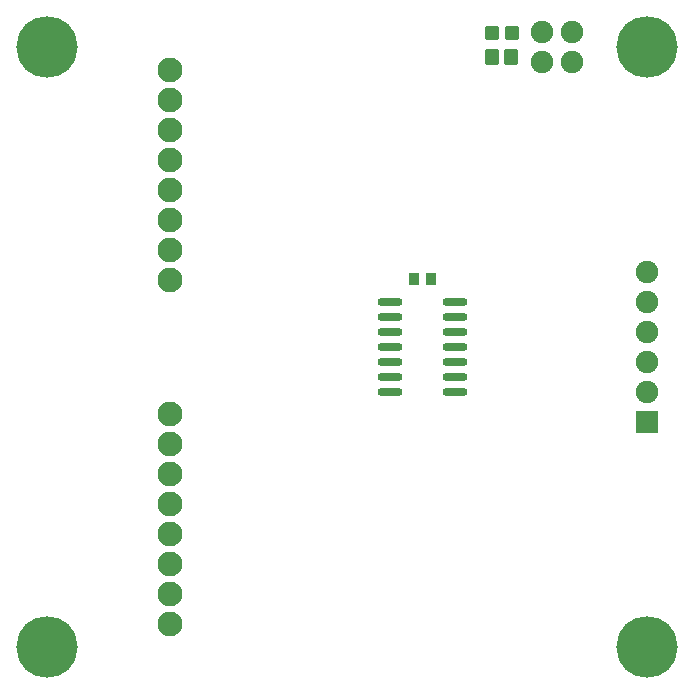
<source format=gts>
G04 Layer: TopSolderMaskLayer*
G04 EasyEDA v6.5.29, 2023-07-18 11:26:45*
G04 cfaeab296f654171ba214e89deb0133b,5a6b42c53f6a479593ecc07194224c93,10*
G04 Gerber Generator version 0.2*
G04 Scale: 100 percent, Rotated: No, Reflected: No *
G04 Dimensions in millimeters *
G04 leading zeros omitted , absolute positions ,4 integer and 5 decimal *
%FSLAX45Y45*%
%MOMM*%

%AMMACRO1*1,1,$1,$2,$3*1,1,$1,$4,$5*1,1,$1,0-$2,0-$3*1,1,$1,0-$4,0-$5*20,1,$1,$2,$3,$4,$5,0*20,1,$1,$4,$5,0-$2,0-$3,0*20,1,$1,0-$2,0-$3,0-$4,0-$5,0*20,1,$1,0-$4,0-$5,$2,$3,0*4,1,4,$2,$3,$4,$5,0-$2,0-$3,0-$4,0-$5,$2,$3,0*%
%ADD10MACRO1,0.2032X0.5X-0.55X-0.5X-0.55*%
%ADD11MACRO1,0.2032X-0.45X-0.5X-0.45X0.5*%
%ADD12C,1.9016*%
%ADD13MACRO1,0.1016X-0.9X-0.9X-0.9X0.9*%
%ADD14MACRO1,0.1016X0.4X-0.45X-0.4X-0.45*%
%ADD15O,2.1395944X0.6755891999999999*%
%ADD16C,5.2032*%
%ADD17C,2.1016*%

%LPD*%
D10*
G01*
X4149092Y5372100D03*
G01*
X4309092Y5372100D03*
D11*
G01*
X4144091Y5575292D03*
G01*
X4314090Y5575292D03*
D12*
G01*
X5461000Y3556000D03*
G01*
X5461000Y3302000D03*
G01*
X5461000Y3048000D03*
G01*
X5461000Y2794000D03*
G01*
X5461000Y2540000D03*
D13*
G01*
X5461000Y2286000D03*
D14*
G01*
X3486000Y3492500D03*
G01*
X3625999Y3492500D03*
D15*
G01*
X3279089Y3302000D03*
G01*
X3279089Y3175000D03*
G01*
X3279089Y3048000D03*
G01*
X3279089Y2921000D03*
G01*
X3279089Y2794000D03*
G01*
X3279089Y2667000D03*
G01*
X3279089Y2540000D03*
G01*
X3832910Y3302000D03*
G01*
X3832910Y3175000D03*
G01*
X3832910Y3048000D03*
G01*
X3832910Y2921000D03*
G01*
X3832910Y2794000D03*
G01*
X3832910Y2667000D03*
G01*
X3832910Y2540000D03*
D16*
G01*
X5461000Y381000D03*
G01*
X381000Y381000D03*
G01*
X381000Y5461000D03*
G01*
X5461000Y5461000D03*
D17*
G01*
X1418793Y5260594D03*
G01*
X1418793Y5006594D03*
G01*
X1418793Y4752594D03*
G01*
X1418793Y4498594D03*
G01*
X1418793Y4244594D03*
G01*
X1418793Y3990594D03*
G01*
X1418793Y3736594D03*
G01*
X1418793Y3482594D03*
G01*
X1418818Y574294D03*
G01*
X1418818Y828294D03*
G01*
X1418818Y1082294D03*
G01*
X1418818Y1336294D03*
G01*
X1418818Y1590294D03*
G01*
X1418818Y1844294D03*
G01*
X1418818Y2098294D03*
G01*
X1418818Y2352294D03*
D12*
G01*
X4826000Y5588000D03*
G01*
X4826000Y5334000D03*
G01*
X4572000Y5334000D03*
G01*
X4572000Y5588000D03*
M02*

</source>
